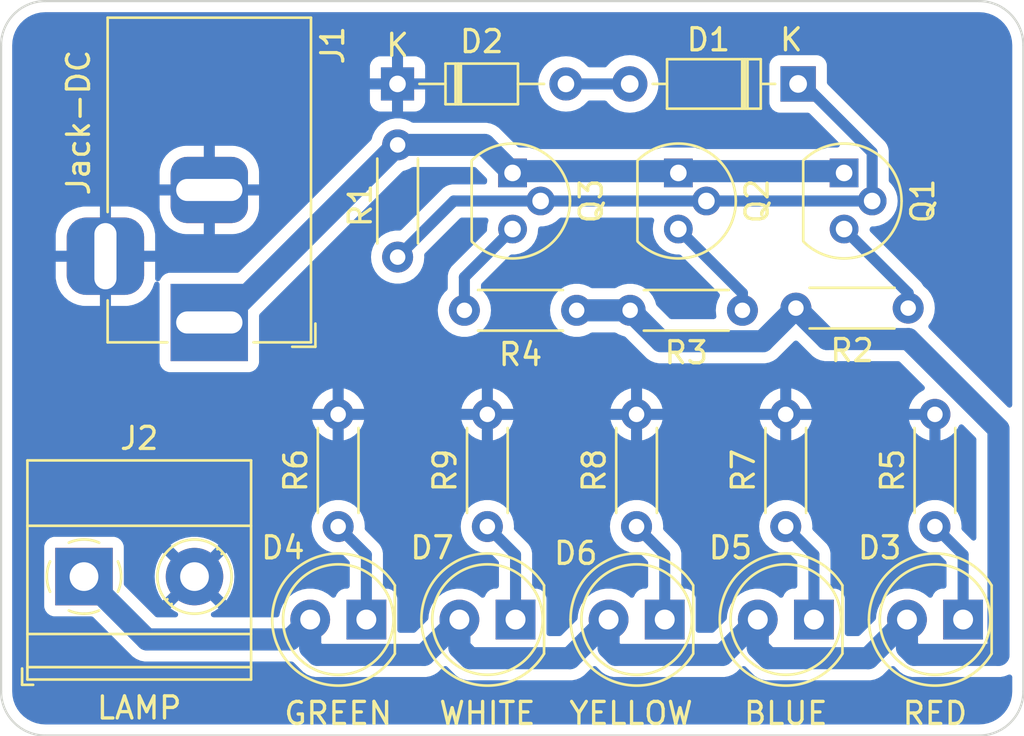
<source format=kicad_pcb>
(kicad_pcb (version 20240108) (generator "pcbnew") (generator_version "8.0")
  (layers (0 "F.Cu" signal) (31 "B.Cu" signal) (34 "B.Paste" user) (35 "F.Paste" user) (36 "B.SilkS" user "B.Silkscreen") (37 "F.SilkS" user "F.Silkscreen") (38 "B.Mask" user) (39 "F.Mask" user) (44 "Edge.Cuts" user))
  (net 0 "")
  (net 1 "Net-(D1-K)")
  (net 2 "GND")
  (net 3 "+12V")
  (net 4 "Net-(D1-A)")
  (net 5 "Net-(D3-A)")
  (net 6 "Net-(D3-K)")
  (net 7 "Net-(D4-K)")
  (net 8 "Net-(D5-K)")
  (net 9 "Net-(D6-K)")
  (net 10 "Net-(Q1-E)")
  (net 11 "Net-(Q2-E)")
  (net 12 "Net-(Q3-E)")
  (net 13 "Net-(D7-K)")
  (footprint "LED_THT:LED_D5.0mm" (layer "F.Cu") (at 155.525 93.75 180)
    (property "Reference" "D3" (at 3.775 3.25 0) (layer "F.SilkS"))
    (property "Value" "RED" (at 1.275 -4.25 0) (layer "F.SilkS"))
    (fp_line (start -1.29 -1.545) (end -1.29 1.545) (stroke (width 0.12)) (layer "F.SilkS"))
    (fp_arc (start 4.26 -0.000462) (mid 2.072002 2.880433) (end -1.29 1.54483) (stroke (width 0.12)) (layer "F.SilkS"))
    (fp_arc (start -1.29 -1.54483) (mid 2.072002 -2.880433) (end 4.26 0.000462) (stroke (width 0.12)) (layer "F.SilkS"))
    (fp_circle (center 1.27 0) (end 3.77 0) (stroke (width 0.12)) (fill none) (layer "F.SilkS"))
    (pad "1" thru_hole rect (at 0 0 180) (size 1.8 1.8) (drill 0.9) (layers "*.Cu" "*.Mask") (net 6 "Net-(D3-K)"))
    (pad "2" thru_hole circle (at 2.54 0 180) (size 1.8 1.8) (drill 0.9) (layers "*.Cu" "*.Mask") (net 5 "Net-(D3-A)"))
  )
  (footprint "Resistor_THT:R_Axial_DIN0204_L3.6mm_D1.6mm_P5.08mm_Horizontal" (layer "F.Cu") (at 132.96 79.75)
    (property "Reference" "R4" (at 2.54 2 0) (layer "F.SilkS"))
    (property "Value" "1R")
    (fp_line (start 0.62 -0.92) (end 4.46 -0.92) (stroke (width 0.12)) (layer "F.SilkS"))
    (fp_line (start 0.62 0.92) (end 4.46 0.92) (stroke (width 0.12)) (layer "F.SilkS"))
    (pad "1" thru_hole circle (at 0 0) (size 1.4 1.4) (drill 0.7) (layers "*.Cu" "*.Mask") (net 12 "Net-(Q3-E)"))
    (pad "2" thru_hole oval (at 5.08 0) (size 1.4 1.4) (drill 0.7) (layers "*.Cu" "*.Mask") (net 5 "Net-(D3-A)"))
  )
  (footprint "Resistor_THT:R_Axial_DIN0204_L3.6mm_D1.6mm_P5.08mm_Horizontal" (layer "F.Cu") (at 127.25 89.54 90)
    (property "Reference" "R6" (at 2.54 -1.92 90) (layer "F.SilkS"))
    (property "Value" "200R")
    (fp_line (start 0.62 -0.92) (end 4.46 -0.92) (stroke (width 0.12)) (layer "F.SilkS"))
    (fp_line (start 0.62 0.92) (end 4.46 0.92) (stroke (width 0.12)) (layer "F.SilkS"))
    (pad "1" thru_hole circle (at 0 0 90) (size 1.4 1.4) (drill 0.7) (layers "*.Cu" "*.Mask") (net 7 "Net-(D4-K)"))
    (pad "2" thru_hole oval (at 5.08 0 90) (size 1.4 1.4) (drill 0.7) (layers "*.Cu" "*.Mask") (net 2 "GND"))
  )
  (footprint "Resistor_THT:R_Axial_DIN0204_L3.6mm_D1.6mm_P5.08mm_Horizontal" (layer "F.Cu") (at 147.5 89.54 90)
    (property "Reference" "R7" (at 2.54 -1.92 90) (layer "F.SilkS"))
    (property "Value" "100R")
    (fp_line (start 0.62 -0.92) (end 4.46 -0.92) (stroke (width 0.12)) (layer "F.SilkS"))
    (fp_line (start 0.62 0.92) (end 4.46 0.92) (stroke (width 0.12)) (layer "F.SilkS"))
    (pad "1" thru_hole circle (at 0 0 90) (size 1.4 1.4) (drill 0.7) (layers "*.Cu" "*.Mask") (net 8 "Net-(D5-K)"))
    (pad "2" thru_hole oval (at 5.08 0 90) (size 1.4 1.4) (drill 0.7) (layers "*.Cu" "*.Mask") (net 2 "GND"))
  )
  (footprint "LED_THT:LED_D5.0mm" (layer "F.Cu") (at 128.525 93.75 180)
    (property "Reference" "D4" (at 3.775 3.25 0) (layer "F.SilkS"))
    (property "Value" "GREEN" (at 1.275 -4.25 0) (layer "F.SilkS"))
    (fp_line (start -1.29 -1.545) (end -1.29 1.545) (stroke (width 0.12)) (layer "F.SilkS"))
    (fp_arc (start 4.26 -0.000462) (mid 2.072002 2.880433) (end -1.29 1.54483) (stroke (width 0.12)) (layer "F.SilkS"))
    (fp_arc (start -1.29 -1.54483) (mid 2.072002 -2.880433) (end 4.26 0.000462) (stroke (width 0.12)) (layer "F.SilkS"))
    (fp_circle (center 1.27 0) (end 3.77 0) (stroke (width 0.12)) (fill none) (layer "F.SilkS"))
    (pad "1" thru_hole rect (at 0 0 180) (size 1.8 1.8) (drill 0.9) (layers "*.Cu" "*.Mask") (net 7 "Net-(D4-K)"))
    (pad "2" thru_hole circle (at 2.54 0 180) (size 1.8 1.8) (drill 0.9) (layers "*.Cu" "*.Mask") (net 5 "Net-(D3-A)"))
  )
  (footprint "Resistor_THT:R_Axial_DIN0204_L3.6mm_D1.6mm_P5.08mm_Horizontal" (layer "F.Cu") (at 140.75 89.54 90)
    (property "Reference" "R8" (at 2.54 -1.92 90) (layer "F.SilkS"))
    (property "Value" "200R")
    (fp_line (start 0.62 -0.92) (end 4.46 -0.92) (stroke (width 0.12)) (layer "F.SilkS"))
    (fp_line (start 0.62 0.92) (end 4.46 0.92) (stroke (width 0.12)) (layer "F.SilkS"))
    (pad "1" thru_hole circle (at 0 0 90) (size 1.4 1.4) (drill 0.7) (layers "*.Cu" "*.Mask") (net 9 "Net-(D6-K)"))
    (pad "2" thru_hole oval (at 5.08 0 90) (size 1.4 1.4) (drill 0.7) (layers "*.Cu" "*.Mask") (net 2 "GND"))
  )
  (footprint "Resistor_THT:R_Axial_DIN0204_L3.6mm_D1.6mm_P5.08mm_Horizontal" (layer "F.Cu") (at 134 89.54 90)
    (property "Reference" "R9" (at 2.54 -1.92 90) (layer "F.SilkS"))
    (property "Value" "100R")
    (fp_line (start 0.62 -0.92) (end 4.46 -0.92) (stroke (width 0.12)) (layer "F.SilkS"))
    (fp_line (start 0.62 0.92) (end 4.46 0.92) (stroke (width 0.12)) (layer "F.SilkS"))
    (pad "1" thru_hole circle (at 0 0 90) (size 1.4 1.4) (drill 0.7) (layers "*.Cu" "*.Mask") (net 13 "Net-(D7-K)"))
    (pad "2" thru_hole oval (at 5.08 0 90) (size 1.4 1.4) (drill 0.7) (layers "*.Cu" "*.Mask") (net 2 "GND"))
  )
  (footprint "Package_TO_SOT_THT:TO-92" (layer "F.Cu") (at 142.64 73.53 -90)
    (property "Reference" "Q2" (at 1.27 -3.56 90) (layer "F.SilkS"))
    (property "Value" "NPN")
    (fp_line (start -0.53 1.85) (end 3.07 1.85) (stroke (width 0.12)) (layer "F.SilkS"))
    (fp_arc (start -0.568478 1.838478) (mid -1.132087 -0.994977) (end 1.27 -2.6) (stroke (width 0.12)) (layer "F.SilkS"))
    (fp_arc (start 1.27 -2.6) (mid 3.672087 -0.994977) (end 3.108478 1.838478) (stroke (width 0.12)) (layer "F.SilkS"))
    (pad "1" thru_hole rect (at 0 0 270) (size 1.3 1.3) (drill 0.75) (layers "*.Cu" "*.Mask") (net 3 "+12V"))
    (pad "2" thru_hole circle (at 1.27 -1.27 270) (size 1.3 1.3) (drill 0.75) (layers "*.Cu" "*.Mask") (net 1 "Net-(D1-K)"))
    (pad "3" thru_hole circle (at 2.54 0 270) (size 1.3 1.3) (drill 0.75) (layers "*.Cu" "*.Mask") (net 11 "Net-(Q2-E)"))
  )
  (footprint "Package_TO_SOT_THT:TO-92" (layer "F.Cu") (at 135.14 73.53 -90)
    (property "Reference" "Q3" (at 1.27 -3.56 90) (layer "F.SilkS"))
    (property "Value" "NPN")
    (fp_line (start -0.53 1.85) (end 3.07 1.85) (stroke (width 0.12)) (layer "F.SilkS"))
    (fp_arc (start -0.568478 1.838478) (mid -1.132087 -0.994977) (end 1.27 -2.6) (stroke (width 0.12)) (layer "F.SilkS"))
    (fp_arc (start 1.27 -2.6) (mid 3.672087 -0.994977) (end 3.108478 1.838478) (stroke (width 0.12)) (layer "F.SilkS"))
    (pad "1" thru_hole rect (at 0 0 270) (size 1.3 1.3) (drill 0.75) (layers "*.Cu" "*.Mask") (net 3 "+12V"))
    (pad "2" thru_hole circle (at 1.27 -1.27 270) (size 1.3 1.3) (drill 0.75) (layers "*.Cu" "*.Mask") (net 1 "Net-(D1-K)"))
    (pad "3" thru_hole circle (at 2.54 0 270) (size 1.3 1.3) (drill 0.75) (layers "*.Cu" "*.Mask") (net 12 "Net-(Q3-E)"))
  )
  (footprint "Resistor_THT:R_Axial_DIN0204_L3.6mm_D1.6mm_P5.08mm_Horizontal" (layer "F.Cu") (at 129.94 72.26 -90)
    (property "Reference" "R1" (at 2.74 1.69 90) (layer "F.SilkS"))
    (property "Value" "680R")
    (fp_line (start 0.62 0.92) (end 4.46 0.92) (stroke (width 0.12)) (layer "F.SilkS"))
    (fp_line (start 0.62 -0.92) (end 4.46 -0.92) (stroke (width 0.12)) (layer "F.SilkS"))
    (pad "1" thru_hole circle (at 0 0 270) (size 1.4 1.4) (drill 0.7) (layers "*.Cu" "*.Mask") (net 3 "+12V"))
    (pad "2" thru_hole oval (at 5.08 0 270) (size 1.4 1.4) (drill 0.7) (layers "*.Cu" "*.Mask") (net 1 "Net-(D1-K)"))
  )
  (footprint "TerminalBlock_Phoenix:TerminalBlock_Phoenix_MKDS-1,5-2_1x02_P5.00mm_Horizontal" (layer "F.Cu") (at 115.75 91.805)
    (property "Reference" "J2" (at 2.5 -6.26 0) (layer "F.SilkS"))
    (property "Value" "LAMP" (at 2.5 5.945 0) (layer "F.SilkS"))
    (fp_line (start -2.8 4.16) (end -2.8 4.9) (stroke (width 0.12)) (layer "F.SilkS"))
    (fp_line (start -2.8 4.9) (end -2.3 4.9) (stroke (width 0.12)) (layer "F.SilkS"))
    (fp_line (start -2.56 -5.261) (end -2.56 4.66) (stroke (width 0.12)) (layer "F.SilkS"))
    (fp_line (start -2.56 -5.261) (end 7.56 -5.261) (stroke (width 0.12)) (layer "F.SilkS"))
    (fp_line (start -2.56 -2.301) (end 7.56 -2.301) (stroke (width 0.12)) (layer "F.SilkS"))
    (fp_line (start -2.56 2.6) (end 7.56 2.6) (stroke (width 0.12)) (layer "F.SilkS"))
    (fp_line (start -2.56 4.1) (end 7.56 4.1) (stroke (width 0.12)) (layer "F.SilkS"))
    (fp_line (start -2.56 4.66) (end 7.56 4.66) (stroke (width 0.12)) (layer "F.SilkS"))
    (fp_line (start 3.773 1.023) (end 3.726 1.069) (stroke (width 0.12)) (layer "F.SilkS"))
    (fp_line (start 3.966 1.239) (end 3.931 1.274) (stroke (width 0.12)) (layer "F.SilkS"))
    (fp_line (start 6.07 -1.275) (end 6.035 -1.239) (stroke (width 0.12)) (layer "F.SilkS"))
    (fp_line (start 6.275 -1.069) (end 6.228 -1.023) (stroke (width 0.12)) (layer "F.SilkS"))
    (fp_line (start 7.56 -5.261) (end 7.56 4.66) (stroke (width 0.12)) (layer "F.SilkS"))
    (fp_arc (start -1.535427 0.683042) (mid -1.680501 -0.000524) (end -1.535 -0.684) (stroke (width 0.12)) (layer "F.SilkS"))
    (fp_arc (start -0.683042 -1.535427) (mid 0.000524 -1.680501) (end 0.684 -1.535) (stroke (width 0.12)) (layer "F.SilkS"))
    (fp_arc (start 0.028805 1.680253) (mid -0.335551 1.646659) (end -0.684 1.535) (stroke (width 0.12)) (layer "F.SilkS"))
    (fp_arc (start 0.683318 1.534756) (mid 0.349292 1.643288) (end 0 1.68) (stroke (width 0.12)) (layer "F.SilkS"))
    (fp_arc (start 1.535427 -0.683042) (mid 1.680501 0.000524) (end 1.535 0.684) (stroke (width 0.12)) (layer "F.SilkS"))
    (fp_circle (center 5 0) (end 6.68 0) (stroke (width 0.12)) (fill none) (layer "F.SilkS"))
    (pad "1" thru_hole rect (at 0 0) (size 2.6 2.6) (drill 1.3) (layers "*.Cu" "*.Mask") (net 5 "Net-(D3-A)"))
    (pad "2" thru_hole circle (at 5 0) (size 2.6 2.6) (drill 1.3) (layers "*.Cu" "*.Mask") (net 2 "GND"))
  )
  (footprint "Diode_THT:D_DO-35_SOD27_P7.62mm_Horizontal" (layer "F.Cu") (at 148.06 69.5 180)
    (property "Reference" "D1" (at 4.06 2 0) (layer "F.SilkS"))
    (property "Value" "BZX55")
    (fp_line (start 6.58 0) (end 5.93 0) (stroke (width 0.12)) (layer "F.SilkS"))
    (fp_line (start 5.93 1.12) (end 5.93 -1.12) (stroke (width 0.12)) (layer "F.SilkS"))
    (fp_line (start 5.93 -1.12) (end 1.69 -1.12) (stroke (width 0.12)) (layer "F.SilkS"))
    (fp_line (start 2.53 -1.12) (end 2.53 1.12) (stroke (width 0.12)) (layer "F.SilkS"))
    (fp_line (start 2.41 -1.12) (end 2.41 1.12) (stroke (width 0.12)) (layer "F.SilkS"))
    (fp_line (start 2.29 -1.12) (end 2.29 1.12) (stroke (width 0.12)) (layer "F.SilkS"))
    (fp_line (start 1.69 1.12) (end 5.93 1.12) (stroke (width 0.12)) (layer "F.SilkS"))
    (fp_line (start 1.69 -1.12) (end 1.69 1.12) (stroke (width 0.12)) (layer "F.SilkS"))
    (fp_line (start 1.04 0) (end 1.69 0) (stroke (width 0.12)) (layer "F.SilkS"))
    (fp_text user "K" (at 0.31 2 0) (layer "F.SilkS"))
    (pad "1" thru_hole rect (at 0 0 180) (size 1.6 1.6) (drill 0.8) (layers "*.Cu" "*.Mask") (net 1 "Net-(D1-K)"))
    (pad "2" thru_hole oval (at 7.62 0 180) (size 1.6 1.6) (drill 0.8) (layers "*.Cu" "*.Mask") (net 4 "Net-(D1-A)"))
  )
  (footprint "Diode_THT:D_DO-34_SOD68_P7.62mm_Horizontal" (layer "F.Cu") (at 129.935 69.5)
    (property "Reference" "D2" (at 3.81 -1.92 360) (layer "F.SilkS"))
    (property "Value" "D")
    (fp_line (start 0.99 0) (end 2.17 0) (stroke (width 0.12)) (layer "F.SilkS"))
    (fp_line (start 2.17 -0.92) (end 2.17 0.92) (stroke (width 0.12)) (layer "F.SilkS"))
    (fp_line (start 2.17 0.92) (end 5.45 0.92) (stroke (width 0.12)) (layer "F.SilkS"))
    (fp_line (start 2.626 -0.92) (end 2.626 0.92) (stroke (width 0.12)) (layer "F.SilkS"))
    (fp_line (start 2.746 -0.92) (end 2.746 0.92) (stroke (width 0.12)) (layer "F.SilkS"))
    (fp_line (start 2.866 -0.92) (end 2.866 0.92) (stroke (width 0.12)) (layer "F.SilkS"))
    (fp_line (start 5.45 -0.92) (end 2.17 -0.92) (stroke (width 0.12)) (layer "F.SilkS"))
    (fp_line (start 5.45 0.92) (end 5.45 -0.92) (stroke (width 0.12)) (layer "F.SilkS"))
    (fp_line (start 6.63 0) (end 5.45 0) (stroke (width 0.12)) (layer "F.SilkS"))
    (fp_text user "K" (at 0 -1.75 360) (layer "F.SilkS"))
    (pad "1" thru_hole rect (at 0 0) (size 1.5 1.5) (drill 0.75) (layers "*.Cu" "*.Mask") (net 2 "GND"))
    (pad "2" thru_hole oval (at 7.62 0) (size 1.5 1.5) (drill 0.75) (layers "*.Cu" "*.Mask") (net 4 "Net-(D1-A)"))
  )
  (footprint "LED_THT:LED_D5.0mm" (layer "F.Cu") (at 148.775 93.75 180)
    (property "Reference" "D5" (at 3.775 3.25 0) (layer "F.SilkS"))
    (property "Value" "BLUE" (at 1.275 -4.25 0) (layer "F.SilkS"))
    (fp_line (start -1.29 -1.545) (end -1.29 1.545) (stroke (width 0.12)) (layer "F.SilkS"))
    (fp_arc (start 4.26 -0.000462) (mid 2.072002 2.880433) (end -1.29 1.54483) (stroke (width 0.12)) (layer "F.SilkS"))
    (fp_arc (start -1.29 -1.54483) (mid 2.072002 -2.880433) (end 4.26 0.000462) (stroke (width 0.12)) (layer "F.SilkS"))
    (fp_circle (center 1.27 0) (end 3.77 0) (stroke (width 0.12)) (fill none) (layer "F.SilkS"))
    (pad "1" thru_hole rect (at 0 0 180) (size 1.8 1.8) (drill 0.9) (layers "*.Cu" "*.Mask") (net 8 "Net-(D5-K)"))
    (pad "2" thru_hole circle (at 2.54 0 180) (size 1.8 1.8) (drill 0.9) (layers "*.Cu" "*.Mask") (net 5 "Net-(D3-A)"))
  )
  (footprint "Resistor_THT:R_Axial_DIN0204_L3.6mm_D1.6mm_P5.08mm_Horizontal" (layer "F.Cu") (at 153.04 79.65 180)
    (property "Reference" "R2" (at 2.54 -1.92 0) (layer "F.SilkS"))
    (property "Value" "1R")
    (fp_line (start 0.62 0.92) (end 4.46 0.92) (stroke (width 0.12)) (layer "F.SilkS"))
    (fp_line (start 0.62 -0.92) (end 4.46 -0.92) (stroke (width 0.12)) (layer "F.SilkS"))
    (pad "1" thru_hole circle (at 0 0 180) (size 1.4 1.4) (drill 0.7) (layers "*.Cu" "*.Mask") (net 10 "Net-(Q1-E)"))
    (pad "2" thru_hole oval (at 5.08 0 180) (size 1.4 1.4) (drill 0.7) (layers "*.Cu" "*.Mask") (net 5 "Net-(D3-A)"))
  )
  (footprint "LED_THT:LED_D5.0mm" (layer "F.Cu") (at 135.275 93.75 180)
    (property "Reference" "D7" (at 3.775 3.25 0) (layer "F.SilkS"))
    (property "Value" "WHITE" (at 1.275 -4.25 0) (layer "F.SilkS"))
    (fp_line (start -1.29 -1.545) (end -1.29 1.545) (stroke (width 0.12)) (layer "F.SilkS"))
    (fp_arc (start 4.26 -0.000462) (mid 2.072002 2.880433) (end -1.29 1.54483) (stroke (width 0.12)) (layer "F.SilkS"))
    (fp_arc (start -1.29 -1.54483) (mid 2.072002 -2.880433) (end 4.26 0.000462) (stroke (width 0.12)) (layer "F.SilkS"))
    (fp_circle (center 1.27 0) (end 3.77 0) (stroke (width 0.12)) (fill none) (layer "F.SilkS"))
    (pad "1" thru_hole rect (at 0 0 180) (size 1.8 1.8) (drill 0.9) (layers "*.Cu" "*.Mask") (net 13 "Net-(D7-K)"))
    (pad "2" thru_hole circle (at 2.54 0 180) (size 1.8 1.8) (drill 0.9) (layers "*.Cu" "*.Mask") (net 5 "Net-(D3-A)"))
  )
  (footprint "Package_TO_SOT_THT:TO-92" (layer "F.Cu") (at 150.14 73.53 -90)
    (property "Reference" "Q1" (at 1.27 -3.56 90) (layer "F.SilkS"))
    (property "Value" "NPN")
    (fp_line (start -0.53 1.85) (end 3.07 1.85) (stroke (width 0.12)) (layer "F.SilkS"))
    (fp_arc (start -0.568478 1.838478) (mid -1.132087 -0.994977) (end 1.27 -2.6) (stroke (width 0.12)) (layer "F.SilkS"))
    (fp_arc (start 1.27 -2.6) (mid 3.672087 -0.994977) (end 3.108478 1.838478) (stroke (width 0.12)) (layer "F.SilkS"))
    (pad "1" thru_hole rect (at 0 0 270) (size 1.3 1.3) (drill 0.75) (layers "*.Cu" "*.Mask") (net 3 "+12V"))
    (pad "2" thru_hole circle (at 1.27 -1.27 270) (size 1.3 1.3) (drill 0.75) (layers "*.Cu" "*.Mask") (net 1 "Net-(D1-K)"))
    (pad "3" thru_hole circle (at 2.54 0 270) (size 1.3 1.3) (drill 0.75) (layers "*.Cu" "*.Mask") (net 10 "Net-(Q1-E)"))
  )
  (footprint "Resistor_THT:R_Axial_DIN0204_L3.6mm_D1.6mm_P5.08mm_Horizontal" (layer "F.Cu") (at 145.54 79.75 180)
    (property "Reference" "R3" (at 2.54 -1.92 0) (layer "F.SilkS"))
    (property "Value" "1R")
    (fp_line (start 0.62 0.92) (end 4.46 0.92) (stroke (width 0.12)) (layer "F.SilkS"))
    (fp_line (start 0.62 -0.92) (end 4.46 -0.92) (stroke (width 0.12)) (layer "F.SilkS"))
    (pad "1" thru_hole circle (at 0 0 180) (size 1.4 1.4) (drill 0.7) (layers "*.Cu" "*.Mask") (net 11 "Net-(Q2-E)"))
    (pad "2" thru_hole oval (at 5.08 0 180) (size 1.4 1.4) (drill 0.7) (layers "*.Cu" "*.Mask") (net 5 "Net-(D3-A)"))
  )
  (footprint "Resistor_THT:R_Axial_DIN0204_L3.6mm_D1.6mm_P5.08mm_Horizontal" (layer "F.Cu") (at 154.25 89.54 90)
    (property "Reference" "R5" (at 2.54 -1.92 90) (layer "F.SilkS"))
    (property "Value" "200R")
    (fp_line (start 0.62 -0.92) (end 4.46 -0.92) (stroke (width 0.12)) (layer "F.SilkS"))
    (fp_line (start 0.62 0.92) (end 4.46 0.92) (stroke (width 0.12)) (layer "F.SilkS"))
    (pad "1" thru_hole circle (at 0 0 90) (size 1.4 1.4) (drill 0.7) (layers "*.Cu" "*.Mask") (net 6 "Net-(D3-K)"))
    (pad "2" thru_hole oval (at 5.08 0 90) (size 1.4 1.4) (drill 0.7) (layers "*.Cu" "*.Mask") (net 2 "GND"))
  )
  (footprint "Connector_BarrelJack:BarrelJack_Horizontal" (layer "F.Cu") (at 121.42 80.3 -90)
    (property "Reference" "J1" (at -12.55 -5.58 90) (layer "F.SilkS"))
    (property "Value" "Jack-DC" (at -9.05 5.92 90) (layer "F.SilkS"))
    (fp_line (start -13.8 4.6) (end -13.8 -4.6) (stroke (width 0.12)) (layer "F.SilkS"))
    (fp_line (start -5 4.6) (end -13.8 4.6) (stroke (width 0.12)) (layer "F.SilkS"))
    (fp_line (start 0.9 4.6) (end -1 4.6) (stroke (width 0.12)) (layer "F.SilkS"))
    (fp_line (start 0.9 1.9) (end 0.9 4.6) (stroke (width 0.12)) (layer "F.SilkS"))
    (fp_line (start 1.1 -3.75) (end 1.1 -4.8) (stroke (width 0.12)) (layer "F.SilkS"))
    (fp_line (start -13.8 -4.6) (end 0.9 -4.6) (stroke (width 0.12)) (layer "F.SilkS"))
    (fp_line (start 0.9 -4.6) (end 0.9 -2) (stroke (width 0.12)) (layer "F.SilkS"))
    (fp_line (start 0.05 -4.8) (end 1.1 -4.8) (stroke (width 0.12)) (layer "F.SilkS"))
    (pad "1" thru_hole rect (at 0 0 270) (size 3.5 3.5) (drill oval 1 3) (layers "*.Cu" "*.Mask") (net 3 "+12V"))
    (pad "2" thru_hole roundrect (at -6 0 270) (size 3 3.5) (drill oval 1 3) (layers "*.Cu" "*.Mask") (net 2 "GND"))
    (pad "3" thru_hole roundrect (at -3 4.7 270) (size 3.5 3.5) (drill oval 3 1) (layers "*.Cu" "*.Mask") (net 2 "GND"))
  )
  (footprint "LED_THT:LED_D5.0mm" (layer "F.Cu") (at 142.025 93.75 180)
    (property "Reference" "D6" (at 4.025 3 0) (layer "F.SilkS"))
    (property "Value" "YELLOW" (at 1.525 -4.25 0) (layer "F.SilkS"))
    (fp_line (start -1.29 -1.545) (end -1.29 1.545) (stroke (width 0.12)) (layer "F.SilkS"))
    (fp_arc (start 4.26 -0.000462) (mid 2.072002 2.880433) (end -1.29 1.54483) (stroke (width 0.12)) (layer "F.SilkS"))
    (fp_arc (start -1.29 -1.54483) (mid 2.072002 -2.880433) (end 4.26 0.000462) (stroke (width 0.12)) (layer "F.SilkS"))
    (fp_circle (center 1.27 0) (end 3.77 0) (stroke (width 0.12)) (fill none) (layer "F.SilkS"))
    (pad "1" thru_hole rect (at 0 0 180) (size 1.8 1.8) (drill 0.9) (layers "*.Cu" "*.Mask") (net 9 "Net-(D6-K)"))
    (pad "2" thru_hole circle (at 2.54 0 180) (size 1.8 1.8) (drill 0.9) (layers "*.Cu" "*.Mask") (net 5 "Net-(D3-A)"))
  )
  (gr_arc (start 156.25 65.75) (mid 157.664214 66.335786) (end 158.25 67.75) (stroke (width 0.1)) (layer "Edge.Cuts"))
  (gr_line (start 112 97) (end 112 67.75) (stroke (width 0.1)) (layer "Edge.Cuts"))
  (gr_line (start 156.25 99) (end 114 99) (stroke (width 0.1)) (layer "Edge.Cuts"))
  (gr_arc (start 158.25 97) (mid 157.664214 98.414214) (end 156.25 99) (stroke (width 0.1)) (layer "Edge.Cuts"))
  (gr_line (start 158.25 67.75) (end 158.25 97) (stroke (width 0.1)) (layer "Edge.Cuts"))
  (gr_arc (start 114 99) (mid 112.585786 98.414214) (end 112 97) (stroke (width 0.1)) (layer "Edge.Cuts"))
  (gr_line (start 114 65.75) (end 156.25 65.75) (stroke (width 0.1)) (layer "Edge.Cuts"))
  (gr_arc (start 112 67.75) (mid 112.585786 66.335786) (end 114 65.75) (stroke (width 0.1)) (layer "Edge.Cuts"))
  (segment (start 151.41 72.6) (end 148.31 69.5) (width 0.5) (layer "B.Cu") (net 1))
  (segment (start 129.94 77.34) (end 132.48 74.8) (width 0.5) (layer "B.Cu") (net 1))
  (segment (start 132.48 74.8) (end 151.41 74.8) (width 0.5) (layer "B.Cu") (net 1))
  (segment (start 151.41 74.8) (end 151.41 72.6) (width 0.5) (layer "B.Cu") (net 1))
  (segment (start 121.9 80.3) (end 129.94 72.26) (width 1) (layer "B.Cu") (net 3))
  (segment (start 142.56 73.45) (end 142.64 73.53) (width 1) (layer "B.Cu") (net 3))
  (segment (start 129.94 72.26) (end 133.87 72.26) (width 1) (layer "B.Cu") (net 3))
  (segment (start 133.87 72.26) (end 135.14 73.53) (width 1) (layer "B.Cu") (net 3))
  (segment (start 135.14 73.53) (end 135.22 73.45) (width 1) (layer "B.Cu") (net 3))
  (segment (start 135.22 73.45) (end 142.56 73.45) (width 1) (layer "B.Cu") (net 3))
  (segment (start 142.64 73.53) (end 142.97 73.53) (width 1) (layer "B.Cu") (net 3))
  (segment (start 143.05 73.45) (end 150.06 73.45) (width 1) (layer "B.Cu") (net 3))
  (segment (start 142.97 73.53) (end 143.05 73.45) (width 1) (layer "B.Cu") (net 3))
  (segment (start 121.42 80.3) (end 121.9 80.3) (width 1) (layer "B.Cu") (net 3))
  (segment (start 150.06 73.45) (end 150.14 73.53) (width 1) (layer "B.Cu") (net 3))
  (segment (start 137.555 69.5) (end 140.44 69.5) (width 0.5) (layer "B.Cu") (net 4))
  (segment (start 152.985 93.75) (end 152.985 95.022792) (width 1) (layer "B.Cu") (net 5))
  (segment (start 139.812208 95.35) (end 144.635 95.35) (width 1) (layer "B.Cu") (net 5))
  (segment (start 157.125 85.125) (end 153.05 81.05) (width 1) (layer "B.Cu") (net 5))
  (segment (start 125.985 93.75) (end 125.985 95.022792) (width 1) (layer "B.Cu") (net 5))
  (segment (start 146.235 93.75) (end 146.235 95.022792) (width 1) (layer "B.Cu") (net 5))
  (segment (start 146.46 81.15) (end 141.86 81.15) (width 1) (layer "B.Cu") (net 5))
  (segment (start 157.125 95.35) (end 157.125 85.125) (width 1) (layer "B.Cu") (net 5))
  (segment (start 131.135 95.35) (end 132.735 93.75) (width 1) (layer "B.Cu") (net 5))
  (segment (start 139.485 95.022792) (end 139.812208 95.35) (width 1) (layer "B.Cu") (net 5))
  (segment (start 115.75 91.805) (end 118.595 94.65) (width 1) (layer "B.Cu") (net 5))
  (segment (start 151.235 95.5) (end 152.985 93.75) (width 1) (layer "B.Cu") (net 5))
  (segment (start 149.36 81.05) (end 147.96 79.65) (width 1) (layer "B.Cu") (net 5))
  (segment (start 133.212208 95.5) (end 137.735 95.5) (width 1) (layer "B.Cu") (net 5))
  (segment (start 125.085 94.65) (end 125.985 93.75) (width 1) (layer "B.Cu") (net 5))
  (segment (start 137.735 95.5) (end 139.485 93.75) (width 1) (layer "B.Cu") (net 5))
  (segment (start 139.485 93.75) (end 139.485 95.022792) (width 1) (layer "B.Cu") (net 5))
  (segment (start 147.96 79.65) (end 146.46 81.15) (width 1) (layer "B.Cu") (net 5))
  (segment (start 132.735 95.022792) (end 133.212208 95.5) (width 1) (layer "B.Cu") (net 5))
  (segment (start 153.312208 95.35) (end 157.125 95.35) (width 1) (layer "B.Cu") (net 5))
  (segment (start 153.05 81.05) (end 149.36 81.05) (width 1) (layer "B.Cu") (net 5))
  (segment (start 118.595 94.65) (end 125.085 94.65) (width 1) (layer "B.Cu") (net 5))
  (segment (start 125.985 95.022792) (end 126.312208 95.35) (width 1) (layer "B.Cu") (net 5))
  (segment (start 132.735 93.75) (end 132.735 95.022792) (width 1) (layer "B.Cu") (net 5))
  (segment (start 126.312208 95.35) (end 131.135 95.35) (width 1) (layer "B.Cu") (net 5))
  (segment (start 146.712208 95.5) (end 151.235 95.5) (width 1) (layer "B.Cu") (net 5))
  (segment (start 146.235 95.022792) (end 146.712208 95.5) (width 1) (layer "B.Cu") (net 5))
  (segment (start 140.46 79.75) (end 138.04 79.75) (width 1) (layer "B.Cu") (net 5))
  (segment (start 152.985 95.022792) (end 153.312208 95.35) (width 1) (layer "B.Cu") (net 5))
  (segment (start 141.86 81.15) (end 140.46 79.75) (width 1) (layer "B.Cu") (net 5))
  (segment (start 144.635 95.35) (end 146.235 93.75) (width 1) (layer "B.Cu") (net 5))
  (segment (start 155.525 90.815) (end 154.25 89.54) (width 0.5) (layer "B.Cu") (net 6))
  (segment (start 155.525 93.75) (end 155.525 90.815) (width 0.5) (layer "B.Cu") (net 6))
  (segment (start 128.525 90.815) (end 127.25 89.54) (width 0.5) (layer "B.Cu") (net 7))
  (segment (start 128.525 93.75) (end 128.525 90.815) (width 0.5) (layer "B.Cu") (net 7))
  (segment (start 148.775 93.75) (end 148.775 90.815) (width 0.5) (layer "B.Cu") (net 8))
  (segment (start 148.775 90.815) (end 147.5 89.54) (width 0.5) (layer "B.Cu") (net 8))
  (segment (start 142.025 90.815) (end 140.75 89.54) (width 0.5) (layer "B.Cu") (net 9))
  (segment (start 142.025 93.75) (end 142.025 90.815) (width 0.5) (layer "B.Cu") (net 9))
  (segment (start 153.04 79.65) (end 153.04 78.97) (width 0.5) (layer "B.Cu") (net 10))
  (segment (start 153.04 78.97) (end 150.14 76.07) (width 0.5) (layer "B.Cu") (net 10))
  (segment (start 145.54 79.75) (end 145.54 78.97) (width 0.5) (layer "B.Cu") (net 11))
  (segment (start 145.54 78.97) (end 142.64 76.07) (width 0.5) (layer "B.Cu") (net 11))
  (segment (start 132.96 79.75) (end 132.96 78.25) (width 0.5) (layer "B.Cu") (net 12))
  (segment (start 132.96 78.25) (end 135.14 76.07) (width 0.5) (layer "B.Cu") (net 12))
  (segment (start 135.275 90.815) (end 134 89.54) (width 0.5) (layer "B.Cu") (net 13))
  (segment (start 135.275 93.75) (end 135.275 90.815) (width 0.5) (layer "B.Cu") (net 13))
  (zone (net 2) (net_name "GND") (layer "B.Cu") (connect_pads (clearance 0.5)) (min_thickness 0.25) (fill yes (thermal_gap 0.5) (thermal_bridge_width 0.5))
    (polygon (pts (xy 158.25 65.75) (xy 158.25 99) (xy 112 99) (xy 112 65.75)))
  )
)
</source>
